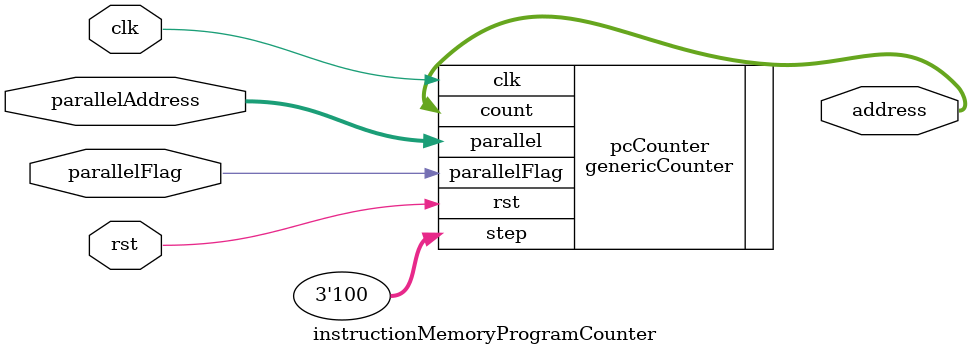
<source format=sv>
module instructionMemoryProgramCounter(
	input clk,
	input rst,
	input parallelFlag,
	input [7:0] parallelAddress,
	output [7:0] address

);


	genericCounter #(.N(8),.M(3)) pcCounter(.clk(clk),.rst(rst), .parallel(parallelAddress),.parallelFlag(parallelFlag),.step(3'b100),.count(address));


endmodule 
</source>
